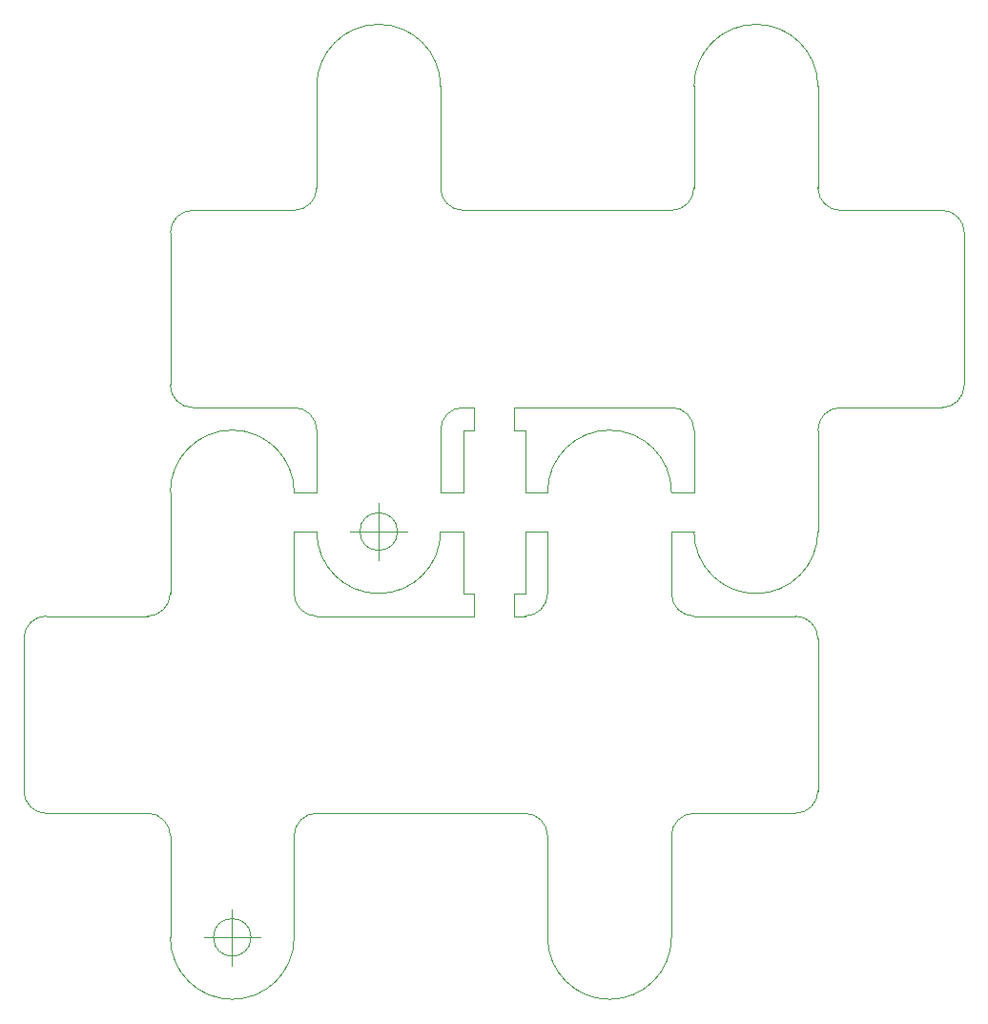
<source format=gbr>
%TF.GenerationSoftware,KiCad,Pcbnew,(5.1.7)-1*%
%TF.CreationDate,2020-12-15T13:18:26+01:00*%
%TF.ProjectId,panel_my_little_poly_v01,70616e65-6c5f-46d7-995f-6c6974746c65,rev?*%
%TF.SameCoordinates,Original*%
%TF.FileFunction,Profile,NP*%
%FSLAX46Y46*%
G04 Gerber Fmt 4.6, Leading zero omitted, Abs format (unit mm)*
G04 Created by KiCad (PCBNEW (5.1.7)-1) date 2020-12-15 13:18:26*
%MOMM*%
%LPD*%
G01*
G04 APERTURE LIST*
%TA.AperFunction,Profile*%
%ADD10C,0.050000*%
%TD*%
G04 APERTURE END LIST*
D10*
X75000000Y-61000000D02*
X76000000Y-61000000D01*
X70500000Y-44500000D02*
X71500000Y-44500000D01*
X71500000Y-42500000D02*
X70500000Y-42500000D01*
X76000000Y-44500000D02*
X76000000Y-50000000D01*
X75000000Y-59000000D02*
X76000000Y-59000000D01*
X70500000Y-53500000D02*
X70500000Y-59000000D01*
X55500000Y-59000000D02*
X55500000Y-53500000D01*
X57500000Y-50000000D02*
X57500000Y-44500000D01*
X75000000Y-42500000D02*
X75000000Y-44500000D01*
X71500000Y-44500000D02*
X71500000Y-42500000D01*
X76000000Y-53500000D02*
X78000000Y-53500000D01*
X76000000Y-50000000D02*
X78000000Y-50000000D01*
X75000000Y-59000000D02*
X75000000Y-61000000D01*
X71500000Y-59000000D02*
X71500000Y-61000000D01*
X68500000Y-53500000D02*
X70500000Y-53500000D01*
X68500000Y-50000000D02*
X70500000Y-50000000D01*
X76000000Y-44500000D02*
X75000000Y-44500000D01*
X76000000Y-59000000D02*
X76000000Y-53500000D01*
X70500000Y-59000000D02*
X71500000Y-59000000D01*
X70500000Y-44500000D02*
X70500000Y-50000000D01*
X91000000Y-53500000D02*
X89000000Y-53500000D01*
X91000000Y-50000000D02*
X89000000Y-50000000D01*
X55500000Y-50000000D02*
X57500000Y-50000000D01*
X57500000Y-53500000D02*
X55500000Y-53500000D01*
X91000000Y-50000000D02*
X91000000Y-44500000D01*
X75000000Y-42500000D02*
X89000000Y-42500000D01*
X68500000Y-50000000D02*
X68500000Y-44500000D01*
X57500000Y-61000000D02*
X71500000Y-61000000D01*
X78000000Y-59000000D02*
X78000000Y-53500000D01*
X89000000Y-53500000D02*
X89000000Y-59000000D01*
X64666666Y-53500000D02*
G75*
G03*
X64666666Y-53500000I-1666666J0D01*
G01*
X60500000Y-53500000D02*
X65500000Y-53500000D01*
X63000000Y-51000000D02*
X63000000Y-56000000D01*
X64666666Y-53500000D02*
G75*
G03*
X64666666Y-53500000I-1666666J0D01*
G01*
X60500000Y-53500000D02*
X65500000Y-53500000D01*
X63000000Y-51000000D02*
X63000000Y-56000000D01*
X115000000Y-27000000D02*
X115000000Y-40500000D01*
X44500000Y-27000000D02*
X44500000Y-40500000D01*
X46500000Y-42500000D02*
G75*
G02*
X44500000Y-40500000I0J2000000D01*
G01*
X44500000Y-27000000D02*
G75*
G02*
X46500000Y-25000000I2000000J0D01*
G01*
X115000000Y-40500000D02*
G75*
G02*
X113000000Y-42500000I-2000000J0D01*
G01*
X113000000Y-25000000D02*
G75*
G02*
X115000000Y-27000000I0J-2000000D01*
G01*
X55500000Y-25000000D02*
X46500000Y-25000000D01*
X55500000Y-42500000D02*
X46500000Y-42500000D01*
X104000000Y-42500000D02*
X113000000Y-42500000D01*
X104000000Y-25000000D02*
X113000000Y-25000000D01*
X70500000Y-25000000D02*
X89000000Y-25000000D01*
X104000000Y-25000000D02*
G75*
G02*
X102000000Y-23000000I0J2000000D01*
G01*
X91000000Y-23000000D02*
G75*
G02*
X89000000Y-25000000I-2000000J0D01*
G01*
X70500000Y-25000000D02*
G75*
G02*
X68500000Y-23000000I0J2000000D01*
G01*
X57500000Y-23000000D02*
G75*
G02*
X55500000Y-25000000I-2000000J0D01*
G01*
X55500000Y-42500000D02*
G75*
G02*
X57500000Y-44500000I0J-2000000D01*
G01*
X68500000Y-44500000D02*
G75*
G02*
X70500000Y-42500000I2000000J0D01*
G01*
X102000000Y-44500000D02*
G75*
G02*
X104000000Y-42500000I2000000J0D01*
G01*
X89000000Y-42500000D02*
G75*
G02*
X91000000Y-44500000I0J-2000000D01*
G01*
X102000000Y-53500000D02*
X102000000Y-44500000D01*
X57500000Y-23000000D02*
X57500000Y-14000000D01*
X68500000Y-23000000D02*
X68500000Y-14000000D01*
X91000000Y-23000000D02*
X91000000Y-14000000D01*
X102000000Y-14000000D02*
X102000000Y-23000000D01*
X91000000Y-14000000D02*
G75*
G02*
X102000000Y-14000000I5500000J0D01*
G01*
X57500000Y-14000000D02*
G75*
G02*
X68500000Y-14000000I5500000J0D01*
G01*
X102000000Y-53500000D02*
G75*
G02*
X91000000Y-53500000I-5500000J0D01*
G01*
X68500000Y-53500000D02*
G75*
G02*
X57500000Y-53500000I-5500000J0D01*
G01*
X51666666Y-89500000D02*
G75*
G03*
X51666666Y-89500000I-1666666J0D01*
G01*
X47500000Y-89500000D02*
X52500000Y-89500000D01*
X50000000Y-87000000D02*
X50000000Y-92000000D01*
X51666666Y-89500000D02*
G75*
G03*
X51666666Y-89500000I-1666666J0D01*
G01*
X47500000Y-89500000D02*
X52500000Y-89500000D01*
X50000000Y-87000000D02*
X50000000Y-92000000D01*
X102000000Y-63000000D02*
X102000000Y-76500000D01*
X31500000Y-63000000D02*
X31500000Y-76500000D01*
X33500000Y-78500000D02*
G75*
G02*
X31500000Y-76500000I0J2000000D01*
G01*
X31500000Y-63000000D02*
G75*
G02*
X33500000Y-61000000I2000000J0D01*
G01*
X102000000Y-76500000D02*
G75*
G02*
X100000000Y-78500000I-2000000J0D01*
G01*
X100000000Y-61000000D02*
G75*
G02*
X102000000Y-63000000I0J-2000000D01*
G01*
X42500000Y-61000000D02*
X33500000Y-61000000D01*
X42500000Y-78500000D02*
X33500000Y-78500000D01*
X91000000Y-78500000D02*
X100000000Y-78500000D01*
X91000000Y-61000000D02*
X100000000Y-61000000D01*
X57500000Y-78500000D02*
X76000000Y-78500000D01*
X91000000Y-61000000D02*
G75*
G02*
X89000000Y-59000000I0J2000000D01*
G01*
X78000000Y-59000000D02*
G75*
G02*
X76000000Y-61000000I-2000000J0D01*
G01*
X57500000Y-61000000D02*
G75*
G02*
X55500000Y-59000000I0J2000000D01*
G01*
X44500000Y-59000000D02*
G75*
G02*
X42500000Y-61000000I-2000000J0D01*
G01*
X42500000Y-78500000D02*
G75*
G02*
X44500000Y-80500000I0J-2000000D01*
G01*
X55500000Y-80500000D02*
G75*
G02*
X57500000Y-78500000I2000000J0D01*
G01*
X89000000Y-80500000D02*
G75*
G02*
X91000000Y-78500000I2000000J0D01*
G01*
X76000000Y-78500000D02*
G75*
G02*
X78000000Y-80500000I0J-2000000D01*
G01*
X89000000Y-89500000D02*
X89000000Y-80500000D01*
X78000000Y-89500000D02*
X78000000Y-80500000D01*
X55500000Y-89500000D02*
X55500000Y-80500000D01*
X44500000Y-89500000D02*
X44500000Y-80500000D01*
X44500000Y-59000000D02*
X44500000Y-50000000D01*
X78000000Y-50000000D02*
G75*
G02*
X89000000Y-50000000I5500000J0D01*
G01*
X44500000Y-50000000D02*
G75*
G02*
X55500000Y-50000000I5500000J0D01*
G01*
X89000000Y-89500000D02*
G75*
G02*
X78000000Y-89500000I-5500000J0D01*
G01*
X55500000Y-89500000D02*
G75*
G02*
X44500000Y-89500000I-5500000J0D01*
G01*
M02*

</source>
